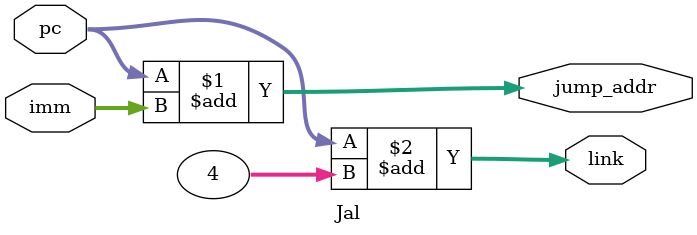
<source format=v>

module Jal (
    input  wire [31:0] pc,       // PC atual
    input  wire [31:0] imm,      // Offset imediato (sign-extend)
    output wire [31:0] jump_addr,// Endereço do salto: pc + imm
    output wire [31:0] link      // Valor a ser salvo em rd: pc + 4
);

    assign jump_addr = pc + imm;
    assign link = pc + 32'd4;

endmodule

</source>
